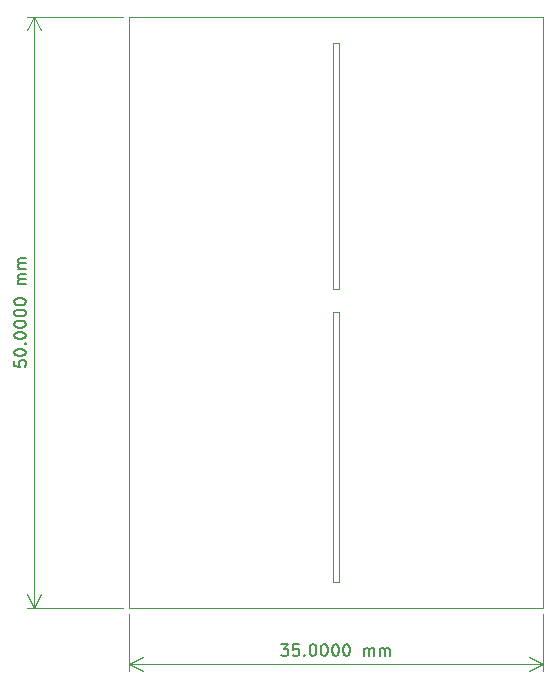
<source format=gbr>
%TF.GenerationSoftware,KiCad,Pcbnew,(6.0.2)*%
%TF.CreationDate,2022-10-19T14:49:45+05:30*%
%TF.ProjectId,header1,68656164-6572-4312-9e6b-696361645f70,rev?*%
%TF.SameCoordinates,Original*%
%TF.FileFunction,Profile,NP*%
%FSLAX46Y46*%
G04 Gerber Fmt 4.6, Leading zero omitted, Abs format (unit mm)*
G04 Created by KiCad (PCBNEW (6.0.2)) date 2022-10-19 14:49:45*
%MOMM*%
%LPD*%
G01*
G04 APERTURE LIST*
%TA.AperFunction,Profile*%
%ADD10C,0.100000*%
%TD*%
%ADD11C,0.150000*%
G04 APERTURE END LIST*
D10*
X100000000Y-50000000D02*
X100000000Y-100000000D01*
X100000000Y-50000000D02*
X135000000Y-50000000D01*
X117221000Y-52197000D02*
X117729000Y-52197000D01*
X117729000Y-52197000D02*
X117729000Y-73025000D01*
X117729000Y-73025000D02*
X117221000Y-73025000D01*
X117221000Y-73025000D02*
X117221000Y-52197000D01*
X100000000Y-100000000D02*
X135000000Y-100000000D01*
X135000000Y-50000000D02*
X135000000Y-100000000D01*
X117221000Y-74930000D02*
X117729000Y-74930000D01*
X117729000Y-74930000D02*
X117729000Y-97790000D01*
X117729000Y-97790000D02*
X117221000Y-97790000D01*
X117221000Y-97790000D02*
X117221000Y-74930000D01*
D11*
X112833333Y-103077380D02*
X113452380Y-103077380D01*
X113119047Y-103458333D01*
X113261904Y-103458333D01*
X113357142Y-103505952D01*
X113404761Y-103553571D01*
X113452380Y-103648809D01*
X113452380Y-103886904D01*
X113404761Y-103982142D01*
X113357142Y-104029761D01*
X113261904Y-104077380D01*
X112976190Y-104077380D01*
X112880952Y-104029761D01*
X112833333Y-103982142D01*
X114357142Y-103077380D02*
X113880952Y-103077380D01*
X113833333Y-103553571D01*
X113880952Y-103505952D01*
X113976190Y-103458333D01*
X114214285Y-103458333D01*
X114309523Y-103505952D01*
X114357142Y-103553571D01*
X114404761Y-103648809D01*
X114404761Y-103886904D01*
X114357142Y-103982142D01*
X114309523Y-104029761D01*
X114214285Y-104077380D01*
X113976190Y-104077380D01*
X113880952Y-104029761D01*
X113833333Y-103982142D01*
X114833333Y-103982142D02*
X114880952Y-104029761D01*
X114833333Y-104077380D01*
X114785714Y-104029761D01*
X114833333Y-103982142D01*
X114833333Y-104077380D01*
X115500000Y-103077380D02*
X115595238Y-103077380D01*
X115690476Y-103125000D01*
X115738095Y-103172619D01*
X115785714Y-103267857D01*
X115833333Y-103458333D01*
X115833333Y-103696428D01*
X115785714Y-103886904D01*
X115738095Y-103982142D01*
X115690476Y-104029761D01*
X115595238Y-104077380D01*
X115500000Y-104077380D01*
X115404761Y-104029761D01*
X115357142Y-103982142D01*
X115309523Y-103886904D01*
X115261904Y-103696428D01*
X115261904Y-103458333D01*
X115309523Y-103267857D01*
X115357142Y-103172619D01*
X115404761Y-103125000D01*
X115500000Y-103077380D01*
X116452380Y-103077380D02*
X116547619Y-103077380D01*
X116642857Y-103125000D01*
X116690476Y-103172619D01*
X116738095Y-103267857D01*
X116785714Y-103458333D01*
X116785714Y-103696428D01*
X116738095Y-103886904D01*
X116690476Y-103982142D01*
X116642857Y-104029761D01*
X116547619Y-104077380D01*
X116452380Y-104077380D01*
X116357142Y-104029761D01*
X116309523Y-103982142D01*
X116261904Y-103886904D01*
X116214285Y-103696428D01*
X116214285Y-103458333D01*
X116261904Y-103267857D01*
X116309523Y-103172619D01*
X116357142Y-103125000D01*
X116452380Y-103077380D01*
X117404761Y-103077380D02*
X117500000Y-103077380D01*
X117595238Y-103125000D01*
X117642857Y-103172619D01*
X117690476Y-103267857D01*
X117738095Y-103458333D01*
X117738095Y-103696428D01*
X117690476Y-103886904D01*
X117642857Y-103982142D01*
X117595238Y-104029761D01*
X117500000Y-104077380D01*
X117404761Y-104077380D01*
X117309523Y-104029761D01*
X117261904Y-103982142D01*
X117214285Y-103886904D01*
X117166666Y-103696428D01*
X117166666Y-103458333D01*
X117214285Y-103267857D01*
X117261904Y-103172619D01*
X117309523Y-103125000D01*
X117404761Y-103077380D01*
X118357142Y-103077380D02*
X118452380Y-103077380D01*
X118547619Y-103125000D01*
X118595238Y-103172619D01*
X118642857Y-103267857D01*
X118690476Y-103458333D01*
X118690476Y-103696428D01*
X118642857Y-103886904D01*
X118595238Y-103982142D01*
X118547619Y-104029761D01*
X118452380Y-104077380D01*
X118357142Y-104077380D01*
X118261904Y-104029761D01*
X118214285Y-103982142D01*
X118166666Y-103886904D01*
X118119047Y-103696428D01*
X118119047Y-103458333D01*
X118166666Y-103267857D01*
X118214285Y-103172619D01*
X118261904Y-103125000D01*
X118357142Y-103077380D01*
X119880952Y-104077380D02*
X119880952Y-103410714D01*
X119880952Y-103505952D02*
X119928571Y-103458333D01*
X120023809Y-103410714D01*
X120166666Y-103410714D01*
X120261904Y-103458333D01*
X120309523Y-103553571D01*
X120309523Y-104077380D01*
X120309523Y-103553571D02*
X120357142Y-103458333D01*
X120452380Y-103410714D01*
X120595238Y-103410714D01*
X120690476Y-103458333D01*
X120738095Y-103553571D01*
X120738095Y-104077380D01*
X121214285Y-104077380D02*
X121214285Y-103410714D01*
X121214285Y-103505952D02*
X121261904Y-103458333D01*
X121357142Y-103410714D01*
X121500000Y-103410714D01*
X121595238Y-103458333D01*
X121642857Y-103553571D01*
X121642857Y-104077380D01*
X121642857Y-103553571D02*
X121690476Y-103458333D01*
X121785714Y-103410714D01*
X121928571Y-103410714D01*
X122023809Y-103458333D01*
X122071428Y-103553571D01*
X122071428Y-104077380D01*
D10*
X100000000Y-100500000D02*
X100000000Y-105361420D01*
X135000000Y-100500000D02*
X135000000Y-105361420D01*
X100000000Y-104775000D02*
X135000000Y-104775000D01*
X100000000Y-104775000D02*
X135000000Y-104775000D01*
X100000000Y-104775000D02*
X101126504Y-105361421D01*
X100000000Y-104775000D02*
X101126504Y-104188579D01*
X135000000Y-104775000D02*
X133873496Y-104188579D01*
X135000000Y-104775000D02*
X133873496Y-105361421D01*
D11*
X90250380Y-79095238D02*
X90250380Y-79571428D01*
X90726571Y-79619047D01*
X90678952Y-79571428D01*
X90631333Y-79476190D01*
X90631333Y-79238095D01*
X90678952Y-79142857D01*
X90726571Y-79095238D01*
X90821809Y-79047619D01*
X91059904Y-79047619D01*
X91155142Y-79095238D01*
X91202761Y-79142857D01*
X91250380Y-79238095D01*
X91250380Y-79476190D01*
X91202761Y-79571428D01*
X91155142Y-79619047D01*
X90250380Y-78428571D02*
X90250380Y-78333333D01*
X90298000Y-78238095D01*
X90345619Y-78190476D01*
X90440857Y-78142857D01*
X90631333Y-78095238D01*
X90869428Y-78095238D01*
X91059904Y-78142857D01*
X91155142Y-78190476D01*
X91202761Y-78238095D01*
X91250380Y-78333333D01*
X91250380Y-78428571D01*
X91202761Y-78523809D01*
X91155142Y-78571428D01*
X91059904Y-78619047D01*
X90869428Y-78666666D01*
X90631333Y-78666666D01*
X90440857Y-78619047D01*
X90345619Y-78571428D01*
X90298000Y-78523809D01*
X90250380Y-78428571D01*
X91155142Y-77666666D02*
X91202761Y-77619047D01*
X91250380Y-77666666D01*
X91202761Y-77714285D01*
X91155142Y-77666666D01*
X91250380Y-77666666D01*
X90250380Y-77000000D02*
X90250380Y-76904761D01*
X90298000Y-76809523D01*
X90345619Y-76761904D01*
X90440857Y-76714285D01*
X90631333Y-76666666D01*
X90869428Y-76666666D01*
X91059904Y-76714285D01*
X91155142Y-76761904D01*
X91202761Y-76809523D01*
X91250380Y-76904761D01*
X91250380Y-77000000D01*
X91202761Y-77095238D01*
X91155142Y-77142857D01*
X91059904Y-77190476D01*
X90869428Y-77238095D01*
X90631333Y-77238095D01*
X90440857Y-77190476D01*
X90345619Y-77142857D01*
X90298000Y-77095238D01*
X90250380Y-77000000D01*
X90250380Y-76047619D02*
X90250380Y-75952380D01*
X90298000Y-75857142D01*
X90345619Y-75809523D01*
X90440857Y-75761904D01*
X90631333Y-75714285D01*
X90869428Y-75714285D01*
X91059904Y-75761904D01*
X91155142Y-75809523D01*
X91202761Y-75857142D01*
X91250380Y-75952380D01*
X91250380Y-76047619D01*
X91202761Y-76142857D01*
X91155142Y-76190476D01*
X91059904Y-76238095D01*
X90869428Y-76285714D01*
X90631333Y-76285714D01*
X90440857Y-76238095D01*
X90345619Y-76190476D01*
X90298000Y-76142857D01*
X90250380Y-76047619D01*
X90250380Y-75095238D02*
X90250380Y-75000000D01*
X90298000Y-74904761D01*
X90345619Y-74857142D01*
X90440857Y-74809523D01*
X90631333Y-74761904D01*
X90869428Y-74761904D01*
X91059904Y-74809523D01*
X91155142Y-74857142D01*
X91202761Y-74904761D01*
X91250380Y-75000000D01*
X91250380Y-75095238D01*
X91202761Y-75190476D01*
X91155142Y-75238095D01*
X91059904Y-75285714D01*
X90869428Y-75333333D01*
X90631333Y-75333333D01*
X90440857Y-75285714D01*
X90345619Y-75238095D01*
X90298000Y-75190476D01*
X90250380Y-75095238D01*
X90250380Y-74142857D02*
X90250380Y-74047619D01*
X90298000Y-73952380D01*
X90345619Y-73904761D01*
X90440857Y-73857142D01*
X90631333Y-73809523D01*
X90869428Y-73809523D01*
X91059904Y-73857142D01*
X91155142Y-73904761D01*
X91202761Y-73952380D01*
X91250380Y-74047619D01*
X91250380Y-74142857D01*
X91202761Y-74238095D01*
X91155142Y-74285714D01*
X91059904Y-74333333D01*
X90869428Y-74380952D01*
X90631333Y-74380952D01*
X90440857Y-74333333D01*
X90345619Y-74285714D01*
X90298000Y-74238095D01*
X90250380Y-74142857D01*
X91250380Y-72619047D02*
X90583714Y-72619047D01*
X90678952Y-72619047D02*
X90631333Y-72571428D01*
X90583714Y-72476190D01*
X90583714Y-72333333D01*
X90631333Y-72238095D01*
X90726571Y-72190476D01*
X91250380Y-72190476D01*
X90726571Y-72190476D02*
X90631333Y-72142857D01*
X90583714Y-72047619D01*
X90583714Y-71904761D01*
X90631333Y-71809523D01*
X90726571Y-71761904D01*
X91250380Y-71761904D01*
X91250380Y-71285714D02*
X90583714Y-71285714D01*
X90678952Y-71285714D02*
X90631333Y-71238095D01*
X90583714Y-71142857D01*
X90583714Y-71000000D01*
X90631333Y-70904761D01*
X90726571Y-70857142D01*
X91250380Y-70857142D01*
X90726571Y-70857142D02*
X90631333Y-70809523D01*
X90583714Y-70714285D01*
X90583714Y-70571428D01*
X90631333Y-70476190D01*
X90726571Y-70428571D01*
X91250380Y-70428571D01*
D10*
X99500000Y-50000000D02*
X91361580Y-50000000D01*
X99500000Y-100000000D02*
X91361580Y-100000000D01*
X91948000Y-50000000D02*
X91948000Y-100000000D01*
X91948000Y-50000000D02*
X91948000Y-100000000D01*
X91948000Y-50000000D02*
X91361579Y-51126504D01*
X91948000Y-50000000D02*
X92534421Y-51126504D01*
X91948000Y-100000000D02*
X92534421Y-98873496D01*
X91948000Y-100000000D02*
X91361579Y-98873496D01*
M02*

</source>
